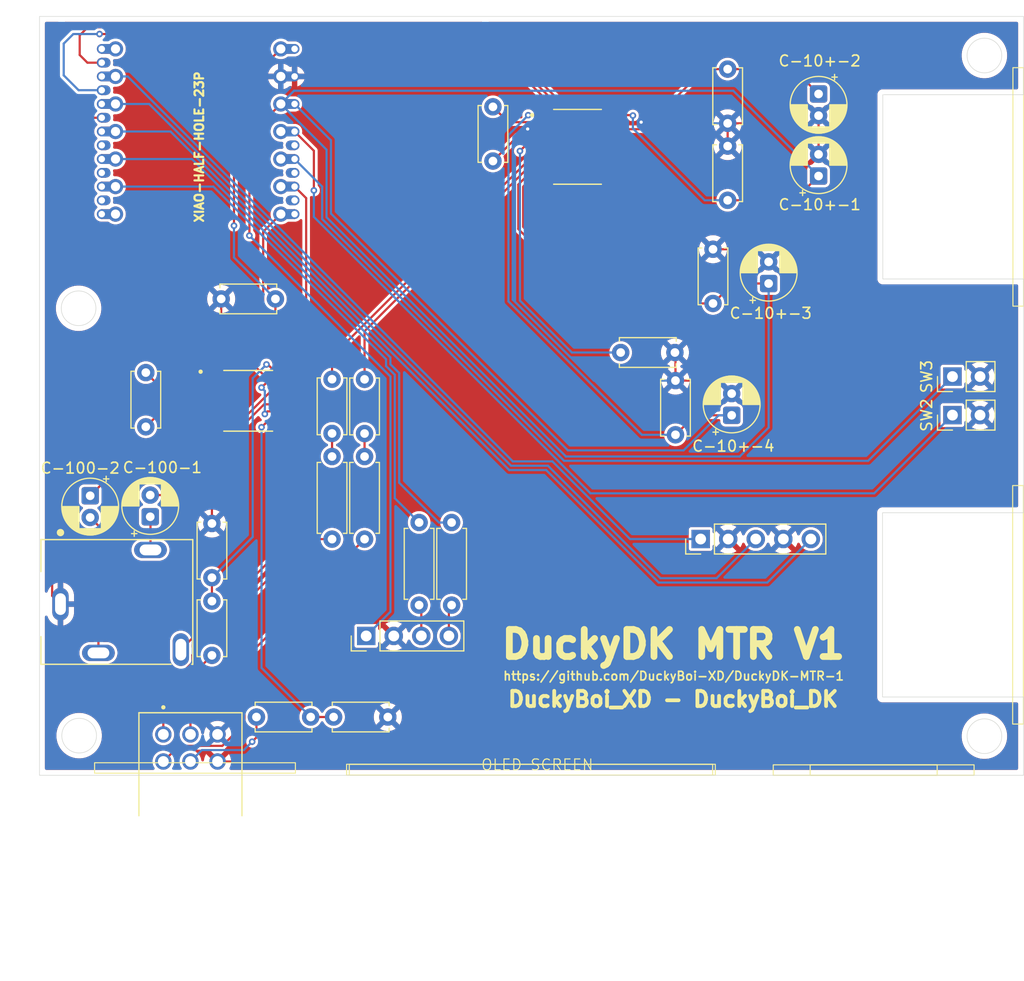
<source format=kicad_pcb>
(kicad_pcb (version 20241229) (generator "pcbnew") (generator_version "9.0")
  (layers (0 "F.Cu" signal) (2 "B.Cu" signal) (13 "F.Paste" user) (15 "B.Paste" user) (5 "F.SilkS" user "F.Silkscreen") (7 "B.SilkS" user "B.Silkscreen") (1 "F.Mask" user) (3 "B.Mask" user) (25 "Edge.Cuts" user))
  (net 0 "")
  (net 1 "LDOO")
  (net 2 "AGND")
  (net 3 "3V3")
  (net 4 "IN_R AMP")
  (net 5 "Net-(C-1-1-Pad1)")
  (net 6 "Net-(U3-C1P)")
  (net 7 "Net-(U3-C1N)")
  (net 8 "Net-(C-1-5-Pad1)")
  (net 9 "IN_L AMP")
  (net 10 "Net-(C-2.2-1-Pad1)")
  (net 11 "OUT_R DAC")
  (net 12 "Net-(C-2.2-3-Pad1)")
  (net 13 "OUT_L DAC")
  (net 14 "Net-(U2-CAPM)")
  (net 15 "Net-(U2-CAPP)")
  (net 16 "VNEG")
  (net 17 "Net-(U3-OUTR)")
  (net 18 "OUT_R - 3")
  (net 19 "Net-(U3-OUTL)")
  (net 20 "OUT_L - 2")
  (net 21 "SWITCH JACK")
  (net 22 "Net-(J3-Pin_4)")
  (net 23 "Net-(J3-Pin_3)")
  (net 24 "OLED SCL")
  (net 25 "OLED SDA")
  (net 26 "Net-(R-470-1-Pad1)")
  (net 27 "Net-(R-470-2-Pad1)")
  (net 28 "Rotenc B")
  (net 29 "Rotenc A")
  (net 30 "Rotenc Switch")
  (net 31 "S2")
  (net 32 "S3")
  (net 34 "DIN DAC")
  (net 37 "LRCK DAC")
  (net 38 "+5V")
  (net 39 "SHDN")
  (net 42 "BCK DAC")
  (footprint "Capacitor_THT:C_Disc_D5.0mm_W2.5mm_P5.00mm" (layer "F.Cu") (at 85.344 78.0376 -90)
    (property "Reference" "C-2.2-5" (hide yes))
    (property "Value" "C" (hide yes))
  )
  (footprint "Resistor_THT:R_Axial_DIN0207_L6.3mm_D2.5mm_P7.62mm_Horizontal" (layer "F.Cu") (at 81.534 124.0028 90)
    (property "Reference" "R-4.7k-2" (hide yes))
    (property "Value" "R" (hide yes))
  )
  (footprint "Capacitor_THT:C_Disc_D5.0mm_W2.5mm_P5.00mm" (layer "F.Cu") (at 102.122956 100.700556 180)
    (property "Reference" "C-2.2-6" (hide yes))
    (property "Value" "C" (hide yes))
  )
  (footprint "Resistor_THT:R_Axial_DIN0207_L6.3mm_D2.5mm_P7.62mm_Horizontal" (layer "F.Cu") (at 73.5076 117.9176 90)
    (property "Reference" "R-470-1" (hide yes))
    (property "Value" "R" (hide yes))
  )
  (footprint "Capacitor_THT:C_Disc_D5.0mm_W2.5mm_P5.00mm" (layer "F.Cu") (at 59.436 121.4736 90)
    (property "Reference" "C-2.2-4" (hide yes))
    (property "Value" "C" (hide yes))
  )
  (footprint "Resistor_THT:R_Axial_DIN0207_L6.3mm_D2.5mm_P7.62mm_Horizontal" (layer "F.Cu") (at 78.5368 124.0028 90)
    (property "Reference" "R-4.7k-1" (hide yes))
    (property "Value" "R" (hide yes))
  )
  (footprint "Capacitor_THT:C_Disc_D5.0mm_W2.5mm_P5.00mm" (layer "F.Cu") (at 73.5076 108.1748 90)
    (property "Reference" "C-2.2-1" (hide yes))
    (property "Value" "C" (hide yes))
  )
  (footprint "Capacitor_THT:C_Disc_D5.0mm_W2.5mm_P5.00mm" (layer "F.Cu") (at 106.9848 74.557513 -90)
    (property "Reference" "C-0.1-1" (hide yes))
    (property "Value" "C" (hide yes))
  )
  (footprint "Capacitor_THT:C_Disc_D5.0mm_W2.5mm_P5.00mm" (layer "F.Cu") (at 105.6332 91.1752 -90)
    (property "Reference" "C-0.1-3" (hide yes))
    (property "Value" "C" (hide yes))
  )
  (footprint "Capacitor_THT:C_Disc_D5.0mm_W2.5mm_P5.00mm" (layer "F.Cu") (at 60.2888 95.758)
    (property "Reference" "C-1-3" (hide yes))
    (property "Value" "C" (hide yes))
  )
  (footprint "Capacitor_THT:CP_Radial_D5.0mm_P2.00mm" (layer "F.Cu") (at 107.355356 106.491756 90)
    (property "Reference" "C-10+-4")
    (property "Value" "C_Polarized_US" (hide yes))
  )
  (footprint "Capacitor_THT:CP_Radial_D5.0mm_P2.00mm" (layer "F.Cu") (at 110.764 94.3356 90)
    (property "Reference" "C-10+-3")
    (property "Value" "C_Polarized_US" (hide yes))
  )
  (footprint "Capacitor_THT:C_Disc_D5.0mm_W2.5mm_P5.00mm" (layer "F.Cu") (at 102.173756 103.290643 -90)
    (property "Reference" "C-0.1-4" (hide yes))
    (property "Value" "C" (hide yes))
  )
  (footprint "Capacitor_THT:C_Disc_D5.0mm_W2.5mm_P5.00mm" (layer "F.Cu") (at 106.9848 81.658713 -90)
    (property "Reference" "C-0.1-2" (hide yes))
    (property "Value" "C" (hide yes))
  )
  (footprint "Connector_PinHeader_2.54mm:PinHeader_1x04_P2.54mm_Vertical" (layer "F.Cu") (at 73.66 126.8476 90)
    (property "Reference" "J3" (hide yes))
    (property "Value" "OLED 128x64")
  )
  (footprint "Capacitor_THT:CP_Radial_D5.0mm_P2.00mm" (layer "F.Cu") (at 115.3668 84.419513 90)
    (property "Reference" "C-10+-1")
    (property "Value" "C_Polarized_US" (hide yes))
  )
  (footprint "Capacitor_THT:CP_Radial_D5.0mm_P2.00mm" (layer "F.Cu") (at 48.2092 113.914488 -90)
    (property "Reference" "C-100-2")
    (property "Value" "C" (hide yes))
  )
  (footprint "Connector_PinHeader_2.54mm:PinHeader_1x05_P2.54mm_Vertical" (layer "F.Cu") (at 104.4956 117.9068 90)
    (property "Reference" "J2" (hide yes))
    (property "Value" "Rotenc Connection Pin")
  )
  (footprint "Resistor_THT:R_Axial_DIN0207_L6.3mm_D2.5mm_P7.62mm_Horizontal" (layer "F.Cu") (at 70.5104 117.9176 90)
    (property "Reference" "R-470-2" (hide yes))
    (property "Value" "R" (hide yes))
  )
  (footprint "Capacitor_THT:CP_Radial_D5.0mm_P2.00mm" (layer "F.Cu") (at 53.7464 115.8536 90)
    (property "Reference" "C-100-1")
    (property "Value" "C" (hide yes))
  )
  (footprint "Capacitor_THT:C_Disc_D5.0mm_W2.5mm_P5.00mm" (layer "F.Cu") (at 70.5104 108.164 90)
    (property "Reference" "C-2.2-3" (hide yes))
    (property "Value" "C" (hide yes))
  )
  (footprint "DAC Audio:SOP65P640X120-20N" (layer "F.Cu") (at 93.1416 81.7274)
    (property "Reference" "U2" (hide yes))
    (property "Value" "PCM5102APWR")
  )
  (footprint "MCU ESP32 S3:MOUDLE23P-SMD-2.54-21X17.8MM.kicad_mod.kicad_sym" (layer "F.Cu") (at 58.166 80.3148 90)
    (property "Reference" "U1" (hide yes))
    (property "Value" "XIAO-HALF-HOLE-23P")
  )
  (footprint "Connector_PinHeader_2.54mm:PinHeader_1x02_P2.54mm_Vertical" (layer "F.Cu") (at 127.7112 102.9208 90)
    (property "Reference" "SW3")
    (property "Value" "SW_Push" (hide yes))
  )
  (footprint "Capacitor_THT:C_Disc_D5.0mm_W2.5mm_P5.00mm" (layer "F.Cu") (at 53.34 107.5544 90)
    (property "Reference" "C-1-2" (hide yes))
    (property "Value" "C" (hide yes))
  )
  (footprint "Capacitor_THT:CP_Radial_D5.0mm_P2.00mm" (layer "F.Cu") (at 115.3668 76.850313 -90)
    (property "Reference" "C-10+-2")
    (property "Value" "C_Polarized_US" (hide yes))
  )
  (footprint "Capacitor_THT:C_Disc_D5.0mm_W2.5mm_P5.00mm" (layer "F.Cu") (at 63.54 134.326)
    (property "Reference" "C-1-1" (hide yes))
    (property "Value" "C" (hide yes))
  )
  (footprint "Capacitor_THT:C_Disc_D5.0mm_W2.5mm_P5.00mm" (layer "F.Cu") (at 59.436 128.6364 90)
    (property "Reference" "C-1-5" (hide yes))
    (property "Value" "C" (hide yes))
  )
  (footprint "Capacitor_THT:C_Disc_D5.0mm_W2.5mm_P5.00mm" (layer "F.Cu") (at 70.652 134.326)
    (property "Reference" "C-2.2-2" (hide yes))
    (property "Value" "C" (hide yes))
  )
  (footprint "HPJ:CUI_SJ1-3514N" (layer "F.Cu") (at 45.4704 123.9107)
    (property "Reference" "J1" (hide yes))
    (property "Value" "SJ1-3514N")
  )
  (footprint "Potentiometer 2:TRIM_PTN092-H50115K1A" (layer "F.Cu") (at 57.4548 138.43)
    (property "Reference" "R1" (hide yes))
    (property "Value" "PTN092-H50115K1A")
  )
  (footprint "AMP Audio:SOP65P640X110-16N" (layer "F.Cu") (at 62.7782 105.1554)
    (property "Reference" "U3" (hide yes))
    (property "Value" "MAX9722AEUE_")
  )
  (footprint "Connector_PinHeader_2.54mm:PinHeader_1x02_P2.54mm_Vertical" (layer "F.Cu") (at 127.7112 106.4768 90)
    (property "Reference" "SW2")
    (property "Value" "SW_Push" (hide yes))
  )
  (gr_rect (start 72.0992 138.684) (end 105.5992 139.684) (stroke (width 0.1)) (fill no) (layer "F.SilkS"))
  (gr_rect (start 48.6156 138.5424) (end 67.1322 139.5076) (stroke (width 0.1)) (fill no) (layer "F.SilkS"))
  (gr_rect (start 111.1885 138.7348) (end 129.7051 139.7) (stroke (width 0.1)) (fill no) (layer "F.SilkS"))
  (gr_rect (start 71.8492 138.684) (end 105.8492 139.684) (stroke (width 0.1)) (fill no) (layer "F.SilkS"))
  (gr_rect (start 114.5921 138.7348) (end 126.3015 139.7) (stroke (width 0.1)) (fill no) (layer "F.SilkS"))
  (gr_rect (start 133.2865 74.4241) (end 134.2771 96.4241) (stroke (width 0.1)) (fill no) (layer "F.SilkS"))
  (gr_rect (start 133.2611 112.9735) (end 134.2517 134.9735) (stroke (width 0.1)) (fill no) (layer "F.SilkS"))
  (gr_circle (center 47.1424 96.6202) (end 48.7424 96.6202) (stroke (width 0.05)) (fill no) (layer "Edge.Cuts"))
  (gr_circle (center 130.6576 136.0932) (end 132.2576 136.0932) (stroke (width 0.05)) (fill no) (layer "Edge.Cuts"))
  (gr_circle (center 130.6576 73.3044) (end 132.2576 73.3044) (stroke (width 0.05)) (fill no) (layer "Edge.Cuts"))
  (gr_circle (center 47.1932 136.0424) (end 48.7932 136.0424) (stroke (width 0.05)) (fill no) (layer "Edge.Cuts"))
  (gr_poly (pts (xy 43.5356 69.6976) (xy 134.2644 69.6976) (xy 134.2644 76.9184) (xy 121.2898 76.9184) (xy 121.2898 93.9184) (xy 134.2644 93.9184) (xy 134.2644 115.4792) (xy 121.2644 115.4792) (xy 121.2644 132.4792) (xy 134.2644 132.4792) (xy 134.2644 139.7) (xy 43.5356 139.7)) (stroke (width 0.05)) (fill no) (layer "Edge.Cuts"))
  (gr_text "https://github.com/DuckyBoi-XD/DuckyDK-MTR-1\n" (at 86.2076 131.0132 0) (layer "F.SilkS") (effects (font (size 0.8 0.8) (thickness 0.15) (bold yes)) (justify left bottom)))
  (gr_text "DuckyDK MTR V1\n" (at 85.852 129.0828 0) (layer "F.SilkS") (effects (font (size 2.5 2.5) (thickness 0.625) (bold yes)) (justify left bottom)))
  (gr_text "OLED SCREEN" (at 84.201 139.319 0) (layer "F.SilkS") (effects (font (size 1 1) (thickness 0.1)) (justify left bottom)))
  (gr_text "DuckyBoi_XD - DuckyBoi_DK" (at 86.5632 133.5024 0) (layer "F.SilkS") (effects (font (size 1.4 1.4) (thickness 0.35) (bold yes)) (justify left bottom)))
  (segment (start 106.9848 74.557513) (end 113.074 74.557513) (width 0.2) (layer "F.Cu") (net 1))
  (segment (start 106.9848 74.557513) (end 104.829287 74.557513) (width 0.2) (layer "F.Cu") (net 1))
  (segment (start 99.222 80.1024) (end 96.0116 80.1024) (width 0.2) (layer "F.Cu") (net 1))
  (segment (start 104.829287 74.557513) (end 99.2532 80.1336) (width 0.2) (layer "F.Cu") (net 1))
  (segment (start 99.2532 80.1336) (end 99.222 80.1024) (width 0.2) (layer "F.Cu") (net 1))
  (segment (start 113.074 74.557513) (end 115.3668 76.850313) (width 0.2) (layer "F.Cu") (net 1))
  (segment (start 97.0976 81.751322) (end 97.0976 83.653478) (width 0.2) (layer "F.Cu") (net 2))
  (segment (start 109.6036 91.1752) (end 110.764 92.3356) (width 0.2) (layer "F.Cu") (net 2))
  (segment (start 59.8932 102.8804) (end 60.2888 102.4848) (width 0.2) (layer "F.Cu") (net 2))
  (segment (start 71.548 138.43) (end 59.9548 138.43) (width 0.2) (layer "F.Cu") (net 2))
  (segment (start 106.9848 79.557513) (end 106.9848 81.658713) (width 0.2) (layer "F.Cu") (net 2))
  (segment (start 97.23 79.4524) (end 96.0116 79.4524) (width 0.2) (layer "F.Cu") (net 2))
  (segment (start 65.6632 107.4304) (end 59.436 113.6576) (width 0.2) (layer "F.Cu") (net 2))
  (segment (start 97.2312 79.4512) (end 97.23 79.4524) (width 0.2) (layer "F.Cu") (net 2))
  (segment (start 60.9442 106.431478) (end 60.595278 106.7804) (width 0.2) (layer "F.Cu") (net 2))
  (segment (start 66.365278 107.4304) (end 65.6632 107.4304) (width 0.2) (layer "F.Cu") (net 2))
  (segment (start 96.748678 81.4024) (end 97.0976 81.751322) (width 0.2) (layer "F.Cu") (net 2))
  (segment (start 88.5664 80.1024) (end 88.5444 80.0804) (width 0.2) (layer "F.Cu") (net 2))
  (segment (start 106.9848 79.557513) (end 114.6596 79.557513) (width 0.2) (layer "F.Cu") (net 2))
  (segment (start 59.8932 107.4304) (end 56.8844 110.4392) (width 0.2) (layer "F.Cu") (net 2))
  (segment (start 105.6332 91.1752) (end 109.6036 91.1752) (width 0.2) (layer "F.Cu") (net 2))
  (segment (start 96.0116 81.4024) (end 96.748678 81.4024) (width 0.2) (layer "F.Cu") (net 2))
  (segment (start 102.173756 100.802156) (end 102.173756 103.290643) (width 0.2) (layer "F.Cu") (net 2))
  (segment (start 59.8932 105.4804) (end 60.643199 105.4804) (width 0.2) (layer "F.Cu") (net 2))
  (segment (start 66.413199 104.8304) (end 66.7142 105.131401) (width 0.2) (layer "F.Cu") (net 2))
  (segment (start 66.7142 107.081478) (end 66.365278 107.4304) (width 0.2) (layer "F.Cu") (net 2))
  (segment (start 114.6596 79.557513) (end 115.3668 78.850313) (width 0.2) (layer "F.Cu") (net 2))
  (segment (start 60.9442 105.781401) (end 60.9442 106.431478) (width 0.2) (layer "F.Cu") (net 2))
  (segment (start 44.704 123.1443) (end 45.4704 123.9107) (width 0.2) (layer "F.Cu") (net 2))
  (segment (start 105.6224 91.186) (end 105.6332 91.1752) (width 0.2) (layer "F.Cu") (net 2))
  (segment (start 97.0976 83.653478) (end 96.748678 84.0024) (width 0.2) (layer "F.Cu") (net 2))
  (segment (start 60.595278 106.7804) (end 59.8932 106.7804) (width 0.2) (layer "F.Cu") (net 2))
  (segment (start 44.704 113.6904) (end 44.704 123.1443) (width 0.2) (layer "F.Cu") (net 2))
  (segment (start 75.652 134.326) (end 71.548 138.43) (width 0.2) (layer "F.Cu") (net 2))
  (segment (start 96.0116 84.0024) (end 96.0116 84.6524) (width 0.2) (layer "F.Cu") (net 2))
  (segment (start 99.0092 79.4512) (end 97.2312 79.4512) (width 0.2) (layer "F.Cu") (net 2))
  (segment (start 98.9768 79.4836) (end 99.0092 79.4512) (width 0.2) (layer "F.Cu") (net 2))
  (segment (start 59.436 113.6576) (end 59.436 116.4736) (width 0.2) (layer "F.Cu") (net 2))
  (segment (start 47.9552 110.4392) (end 44.704 113.6904) (width 0.2) (layer "F.Cu") (net 2))
  (segment (start 106.154243 103.290643) (end 107.355356 104.491756) (width 0.2) (layer "F.Cu") (net 2))
  (segment (start 56.8844 110.4392) (end 47.9552 110.4392) (width 0.2) (layer "F.Cu") (net 2))
  (segment (start 102.173756 103.290643) (end 106.154243 103.290643) (width 0.2) (layer "F.Cu") (net 2))
  (segment (start 96.0116 80.7524) (end 96.0116 81.4024) (width 0.2) (layer "F.Cu") (net 2))
  (segment (start 59.8932 107.4304) (end 59.8932 106.7804) (width 0.2) (layer "F.Cu") (net 2))
  (segment (start 60.2888 102.4848) (end 60.2888 95.758) (width 0.2) (layer "F.Cu") (net 2))
  (segment (start 66.7142 105.131401) (end 66.7142 107.081478) (width 0.2) (layer "F.Cu") (net 2))
  (segment (start 102.122956 100.751356) (end 102.173756 100.802156) (width 0.2) (layer "F.Cu") (net 2))
  (segment (start 102.122956 100.700556) (end 102.122956 100.751356) (width 0.2) (layer "F.Cu") (net 2))
  (segment (start 115.3668 78.850313) (end 115.3668 82.419513) (width 0.2) (layer "F.Cu") (net 2))
  (segment (start 90.2716 84.6524) (end 90.2716 84.0024) (width 0.2) (layer "F.Cu") (net 2))
  (segment (start 60.643199 105.4804) (end 60.9442 105.781401) (width 0.2) (layer "F.Cu") (net 2))
  (segment (start 96.748678 84.0024) (end 96.0116 84.0024) (width 0.2) (layer "F.Cu") (net 2))
  (segment (start 65.6632 104.8304) (end 66.413199 104.8304) (width 0.2) (layer "F.Cu") (net 2))
  (segment (start 90.2716 80.1024) (end 88.5664 80.1024) (width 0.2) (layer "F.Cu") (net 2))
  (via (at 88.5444 80.0804) (size 0.6) (drill 0.3) (layers "F.Cu" "B.Cu") (net 2))
  (via (at 99.0092 79.4512) (size 0.6) (drill 0.3) (layers "F.Cu" "B.Cu") (net 2))
  (segment (start 87.1728 92.4756) (end 87.1728 95.8171) (width 0.2) (layer "B.Cu") (net 2))
  (segment (start 88.5444 80.0804) (end 88.4936 80.0804) (width 0.2) (layer "B.Cu") (net 2))
  (segment (start 87.1728 95.8171) (end 92.47725 101.12155) (width 0.2) (layer "B.Cu") (net 2))
  (segment (start 104.873113 79.557513) (end 106.9848 79.557513) (width 0.2) (layer "B.Cu") (net 2))
  (segment (start 92.457256 101.101556) (end 92.465556 101.101556) (width 0.2) (layer "B.Cu") (net 2))
  (segment (start 94.654643 103.290643) (end 102.173756 103.290643) (width 0.2) (layer "B.Cu") (net 2))
  (segment (start 88.4936 80.0804) (end 87.1728 81.4012) (width 0.2) (layer "B.Cu") (net 2))
  (segment (start 92.465556 101.101556) (end 94.654643 103.290643) (width 0.2) (layer "B.Cu") (net 2))
  (segment (start 99.0936 79.5356) (end 104.8512 79.5356) (width 0.2) (layer "B.Cu") (net 2))
  (segment (start 87.1728 81.4012) (end 87.1728 92.4756) (width 0.2) (layer "B.Cu") (net 2))
  (segment (start 104.8512 79.5356) (end 104.873113 79.557513) (width 0.2) (layer "B.Cu") (net 2))
  (segment (start 99.0092 79.4512) (end 99.0936 79.5356) (width 0.2) (layer "B.Cu") (net 2))
  (segment (start 62.8904 89.916) (end 62.8904 80.6704) (width 0.2) (layer "F.Cu") (net 3))
  (segment (start 89.534522 83.3524) (end 87.6808 85.206122) (width 0.2) (layer "F.Cu") (net 3))
  (segment (start 98.2472 78.8416) (end 98.208 78.8024) (width 0.2) (layer "F.Cu") (net 3))
  (segment (start 106.9848 86.658713) (end 113.1276 86.658713) (width 0.2) (layer "F.Cu") (net 3))
  (segment (start 62.8904 80.6704) (end 65.786 77.7748) (width 0.2) (layer "F.Cu") (net 3))
  (segment (start 87.6808 89.3064) (end 87.6808 85.206122) (width 0.2) (layer "F.Cu") (net 3))
  (segment (start 105.6332 96.1752) (end 94.5496 96.1752) (width 0.2) (layer "F.Cu") (net 3))
  (segment (start 94.5496 96.1752) (end 87.6808 89.3064) (width 0.2) (layer "F.Cu") (net 3))
  (segment (start 90.2716 78.8024) (end 88.6032 78.8024) (width 0.2) (layer "F.Cu") (net 3))
  (segment (start 107.4728 94.3356) (end 105.6332 96.1752) (width 0.2) (layer "F.Cu") (net 3))
  (segment (start 90.2716 83.3524) (end 89.534522 83.3524) (width 0.2) (layer "F.Cu") (net 3))
  (segment (start 110.764 94.3356) (end 107.4728 94.3356) (width 0.2) (layer "F.Cu") (net 3))
  (segment (start 98.208 78.8024) (end 96.0116 78.8024) (width 0.2) (layer "F.Cu") (net 3))
  (segment (start 107.355356 106.491756) (end 103.972643 106.491756) (width 0.2) (layer "F.Cu") (net 3))
  (segment (start 113.1276 86.658713) (end 115.3668 84.419513) (width 0.2) (layer "F.Cu") (net 3))
  (segment (start 103.972643 106.491756) (end 102.173756 108.290643) (width 0.2) (layer "F.Cu") (net 3))
  (via (at 88.5952 78.8104) (size 0.6) (drill 0.3) (layers "F.Cu" "B.Cu") (net 3))
  (via (at 98.2472 78.8416) (size 0.6) (drill 0.3) (layers "F.Cu" "B.Cu") (net 3))
  (via (at 62.8904 89.916) (size 0.6) (drill 0.3) (layers "F.Cu" "B.Cu") (net 3))
  (segment (start 86.7718 95.9832) (end 86.7718 80.6338) (width 0.2) (layer "B.Cu") (net 3))
  (segment (start 92.2528 109.728) (end 70.4088 87.884) (width 0.2) (layer "B.Cu") (net 3))
  (segment (start 86.7718 80.6338) (end 88.5952 78.8104) (width 0.2) (layer "B.Cu") (net 3))
  (segment (start 102.9208 109.728) (end 92.2528 109.728) (width 0.2) (layer "B.Cu") (net 3))
  (segment (start 110.764 94.3356) (end 110.764 107.6252) (width 0.2) (layer "B.Cu") (net 3))
  (segment (start 92.073128 110.2922) (end 70.0024 88.221472) (width 0.2) (layer "B.Cu") (net 3))
  (segment (start 107.502887 76.5556) (end 115.3668 84.419513) (width 0.2) (layer "B.Cu") (net 3))
  (segment (start 75.8952 102.9208) (end 75.8952 124.6124) (width 0.2) (layer "B.Cu") (net 3))
  (segment (start 106.157044 106.491756) (end 102.9208 109.728) (width 0.2) (layer "B.Cu") (net 3))
  (segment (start 67.0052 76.5556) (end 107.502887 76.5556) (width 0.2) (layer "B.Cu") (net 3))
  (segment (start 110.764 107.6252) (end 108.097 110.2922) (width 0.2) (layer "B.Cu") (net 3))
  (segment (start 62.8904 89.916) (end 75.8952 102.9208) (width 0.2) (layer "B.Cu") (net 3))
  (segment (start 102.173756 108.290643) (end 99.079243 108.290643) (width 0.2) (layer "B.Cu") (net 3))
  (segment (start 70.4088 81.1276) (end 67.056 77.7748) (width 0.2) (layer "B.Cu") (net 3))
  (segment (start 98.2472 78.8416) (end 98.2472 80.0328) (width 0.2) (layer "B.Cu") (net 3))
  (segment (start 70.0024 88.221472) (end 70.0024 81.9912) (width 0.2) (layer "B.Cu") (net 3))
  (segment (start 99.079243 108.290643) (end 86.7718 95.9832) (width 0.2) (layer "B.Cu") (net 3))
  (segment (start 107.355356 106.491756) (end 106.157044 106.491756) (width 0.2) (layer "B.Cu") (net 3))
  (segment (start 70.0024 81.9912) (end 65.786 77.7748) (width 0.2) (layer "B.Cu") (net 3))
  (segment (start 65.786 77.7748) (end 67.0052 76.5556) (width 0.2) (layer "B.Cu") (net 3))
  (segment (start 98.2472 80.0328) (end 104.873113 86.658713) (width 0.2) (layer "B.Cu") (net 3))
  (segment (start 104.873113 86.658713) (end 106.9848 86.658713) (width 0.2) (layer "B.Cu") (net 3))
  (segment (start 108.097 110.2922) (end 92.073128 110.2922) (width 0.2) (layer "B.Cu") (net 3))
  (segment (start 70.4088 87.884) (end 70.4088 81.1276) (width 0.2) (layer "B.Cu") (net 3))
  (segment (start 75.8952 124.6124) (end 73.66 126.8476) (width 0.2) (layer "B.Cu") (net 3))
  (segment (start 65.6112 106.8324) (end 65.6632 106.7804) (width 0.2) (layer "F.Cu") (net 4))
  (segment (start 64.008 107.5944) (end 64.77 106.8324) (width 0.2) (layer "F.Cu") (net 4))
  (segment (start 68.54 134.326) (end 70.652 134.326) (width 0.2) (layer "F.Cu") (net 4))
  (segment (start 64.77 106.8324) (end 65.6112 106.8324) (width 0.2) (layer "F.Cu") (net 4))
  (via (at 64.008 107.5944) (size 0.6) (drill 0.3) (layers "F.Cu" "B.Cu") (net 4))
  (segment (start 64.008 107.5944) (end 64.008 129.794) (width 0.2) (layer "B.Cu") (net 4))
  (segment (start 64.008 107.5944) (end 63.999575 107.585975) (width 0.2) (layer "B.Cu") (net 4))
  (segment (start 64.008 129.794) (end 68.54 134.326) (width 0.2) (layer "B.Cu") (net 4))
  (segment (start 63.54 136.2056) (end 63.1444 136.6012) (width 0.2) (layer "F.Cu") (net 5))
  (segment (start 63.54 135.302) (end 63.54 136.2056) (width 0.2) (layer "F.Cu") (net 5))
  (segment (start 63.54 134.326) (end 63.54 135.302) (width 0.2) (layer "F.Cu") (net 5))
  (via (at 63.1444 136.6012) (size 0.6) (drill 0.3) (layers "F.Cu" "B.Cu") (net 5))
  (segment (start 58.5098 137.375) (end 57.4548 138.43) (width 0.2) (layer "B.Cu") (net 5))
  (segment (start 63.1444 136.6012) (end 62.3706 137.375) (width 0.2) (layer "B.Cu") (net 5))
  (segment (start 62.3706 137.375) (end 58.5098 137.375) (width 0.2) (layer "B.Cu") (net 5))
  (segment (start 55.616 104.8304) (end 53.34 102.5544) (width 0.2) (layer "F.Cu") (net 6))
  (segment (start 59.8932 104.8304) (end 55.616 104.8304) (width 0.2) (layer "F.Cu") (net 6))
  (segment (start 53.34 107.5544) (end 54.764 106.1304) (width 0.2) (layer "F.Cu") (net 7))
  (segment (start 54.764 106.1304) (end 59.8932 106.1304) (width 0.2) (layer "F.Cu") (net 7))
  (segment (start 57.4548 130.6176) (end 57.4548 135.93) (width 0.2) (layer "F.Cu") (net 8))
  (segment (start 59.436 128.6364) (end 57.4548 130.6176) (width 0.2) (layer "F.Cu") (net 8))
  (segment (start 64.4652 101.8032) (end 64.586 101.8032) (width 0.2) (layer "F.Cu") (net 9))
  (segment (start 59.436 123.6364) (end 59.436 121.4736) (width 0.2) (layer "F.Cu") (net 9))
  (segment (start 64.586 101.8032) (end 65.6632 102.8804) (width 0.2) (layer "F.Cu") (net 9))
  (via (at 64.4652 101.8032) (size 0.6) (drill 0.3) (layers "F.Cu" "B.Cu") (net 9))
  (segment (start 59.436 121.4736) (end 63.1952 117.7144) (width 0.2) (layer "B.Cu") (net 9))
  (segment (start 63.1952 103.0732) (end 64.4652 101.8032) (width 0.2) (layer "B.Cu") (net 9))
  (segment (start 63.1952 117.7144) (end 63.1952 103.0732) (width 0.2) (layer "B.Cu") (net 9))
  (segment (start 73.5076 110.2976) (end 73.5076 108.1748) (width 0.2) (layer "F.Cu") (net 10))
  (segment (start 89.534522 82.7024) (end 90.2716 82.7024) (width 0.2) (layer "F.Cu") (net 11))
  (segment (start 73.5076 103.1748) (end 73.5076 98.729322) (width 0.2) (layer "F.Cu") (net 11))
  (segment (start 73.5076 98.729322) (end 89.534522 82.7024) (width 0.2) (layer "F.Cu") (net 11))
  (segment (start 70.5104 110.2976) (end 70.5104 108.164) (width 0.2) (layer "F.Cu") (net 12))
  (segment (start 70.5104 101.076522) (end 70.5104 103.164) (width 0.2) (layer "F.Cu") (net 13))
  (segment (start 89.534522 82.0524) (end 70.5104 101.076522) (width 0.2) (layer "F.Cu") (net 13))
  (segment (start 90.2716 82.0524) (end 89.534522 82.0524) (width 0.2) (layer "F.Cu") (net 13))
  (segment (start 85.344 83.0376) (end 87.6292 80.7524) (width 0.2) (layer "F.Cu") (net 14))
  (segment (start 90.2716 80.7524) (end 87.6292 80.7524) (width 0.2) (layer "F.Cu") (net 14))
  (segment (start 85.344 78.0376) (end 86.7588 79.4524) (width 0.2) (layer "F.Cu") (net 15))
  (segment (start 90.2716 79.4524) (end 86.7588 79.4524) (width 0.2) (layer "F.Cu") (net 15))
  (segment (start 90.2716 81.4024) (end 88.5432 81.4024) (width 0.2) (layer "F.Cu") (net 16))
  (segment (start 88.5432 81.4024) (end 87.8332 82.1124) (width 0.2) (layer "F.Cu") (net 16))
  (via (at 87.8332 82.1124) (size 0.6) (drill 0.3) (layers "F.Cu" "B.Cu") (net 16))
  (segment (start 92.623356 100.700556) (end 97.122956 100.700556) (width 0.2) (layer "B.Cu") (net 16))
  (segment (start 87.8332 95.9104) (end 92.623356 100.700556) (width 0.2) (layer "B.Cu") (net 16))
  (segment (start 87.8332 82.1124) (end 87.8332 95.9104) (width 0.2) (layer "B.Cu") (net 16))
  (segment (start 55.8692 113.8536) (end 53.7464 113.8536) (width 0.2) (layer "F.Cu") (net 17))
  (segment (start 65.6632 105.4804) (end 64.2424 105.4804) (width 0.2) (layer "F.Cu") (net 17))
  (segment (start 64.2424 105.4804) (end 55.8692 113.8536) (width 0.2) (layer "F.Cu") (net 17))
  (segment (start 53.7704 118.9107) (end 53.7704 115.8776) (width 0.2) (layer "F.Cu") (net 18))
  (segment (start 53.7704 115.8776) (end 53.7464 115.8536) (width 0.2) (layer "F.Cu") (net 18))
  (segment (start 50.352888 111.7708) (end 48.2092 113.914488) (width 0.2) (layer "F.Cu") (net 19))
  (segment (start 65.6632 104.1804) (end 64.961122 104.1804) (width 0.2) (layer "F.Cu") (net 19))
  (segment (start 64.961122 104.1804) (end 57.370722 111.7708) (width 0.2) (layer "F.Cu") (net 19))
  (segment (start 57.370722 111.7708) (end 50.352888 111.7708) (width 0.2) (layer "F.Cu") (net 19))
  (segment (start 48.9704 128.4107) (end 48.9704 116.675688) (width 0.2) (layer "F.Cu") (net 20))
  (segment (start 48.9704 116.675688) (end 48.2092 115.914488) (width 0.2) (layer "F.Cu") (net 20))
  (segment (start 68.1228 86.4616) (end 68.1228 116.5583) (width 0.2) (layer "F.Cu") (net 21))
  (segment (start 67.056 85.3948) (end 68.1228 86.4616) (width 0.2) (layer "F.Cu") (net 21))
  (segment (start 68.1228 116.5583) (end 56.5704 128.1107) (width 0.2) (layer "F.Cu") (net 21))
  (segment (start 81.28 124.2568) (end 81.534 124.0028) (width 0.2) (layer "F.Cu") (net 22))
  (segment (start 81.28 126.8476) (end 81.28 124.2568) (width 0.2) (layer "F.Cu") (net 22))
  (segment (start 78.74 126.8476) (end 78.74 124.206) (width 0.2) (layer "F.Cu") (net 23))
  (segment (start 78.74 124.206) (end 78.5368 124.0028) (width 0.2) (layer "F.Cu") (net 23))
  (segment (start 75.4888 101.321628) (end 75.4888 101.9473) (width 0.2) (layer "B.Cu") (net 24))
  (segment (start 76.2962 102.7547) (end 76.2962 114.1422) (width 0.2) (layer "B.Cu") (net 24))
  (segment (start 76.2962 114.1422) (end 78.5368 116.3828) (width 0.2) (layer "B.Cu") (net 24))
  (segment (start 59.561972 85.3948) (end 75.4888 101.321628) (width 0.2) (layer "B.Cu") (net 24))
  (segment (start 50.546 85.3948) (end 59.561972 85.3948) (width 0.2) (layer "B.Cu") (net 24))
  (segment (start 75.4888 101.9473) (end 76.2962 102.7547) (width 0.2) (layer "B.Cu") (net 24))
  (segment (start 75.8898 101.155528) (end 75.8898 101.7812) (width 0.2) (layer "B.Cu") (net 25))
  (segment (start 75.8898 101.7812) (end 76.6972 102.5886) (width 0.2) (layer "B.Cu") (net 25))
  (segment (start 57.589072 82.8548) (end 75.8898 101.155528) (width 0.2) (layer "B.Cu") (net 25))
  (segment (start 80.3656 116.3828) (end 81.534 116.3828) (width 0.2) (layer "B.Cu") (net 25))
  (segment (start 50.546 82.8548) (end 57.589072 82.8548) (width 0.2) (layer "B.Cu") (net 25))
  (segment (start 76.6972 102.5886) (end 76.6972 112.7144) (width 0.2) (layer "B.Cu") (net 25))
  (segment (start 76.6972 112.7144) (end 80.3656 116.3828) (width 0.2) (layer "B.Cu") (net 25))
  (segment (start 56.3998 136.985) (end 60.391796 136.985) (width 0.2) (layer "F.Cu") (net 26))
  (segment (start 62.439 128.9862) (end 73.5076 117.9176) (width 0.2) (layer "F.Cu") (net 26))
  (segment (start 54.9548 138.43) (end 56.3998 136.985) (width 0.2) (layer "F.Cu") (net 26))
  (segment (start 62.439 134.937796) (end 62.439 128.9862) (width 0.2) (layer "F.Cu") (net 26))
  (segment (start 60.391796 136.985) (end 62.439 134.937796) (width 0.2) (layer "F.Cu") (net 26))
  (segment (start 68.3152 117.9176) (end 70.5104 117.9176) (width 0.2) (layer "F.Cu") (net 27))
  (segment (start 57.6254 128.6074) (end 68.3152 117.9176) (width 0.2) (layer "F.Cu") (net 27))
  (segment (start 57.6254 129.301695) (end 57.6254 128.6074) (width 0.2) (layer "F.Cu") (net 27))
  (segment (start 54.9548 131.972295) (end 57.6254 129.301695) (width 0.2) (layer "F.Cu") (net 27))
  (segment (start 54.9548 135.93) (end 54.9548 131.972295) (width 0.2) (layer "F.Cu") (net 27))
  (segment (start 105.9634 121.519) (end 109.5756 117.9068) (width 0.2) (layer "B.Cu") (net 28))
  (segment (start 87.013472 111.145) (end 90.4186 111.145) (width 0.2) (layer "B.Cu") (net 28))
  (segment (start 90.4186 111.145) (end 100.7926 121.519) (width 0.2) (layer "B.Cu") (net 28))
  (segment (start 53.643272 77.7748) (end 87.013472 111.145) (width 0.2) (layer "B.Cu") (net 28))
  (segment (start 100.7926 121.519) (end 105.9634 121.519) (width 0.2) (layer "B.Cu") (net 28))
  (segment (start 50.546 77.7748) (end 53.643272 77.7748) (width 0.2) (layer "B.Cu") (net 28))
  (segment (start 90.823628 110.744) (end 97.986428 117.9068) (width 0.2) (layer "B.Cu") (net 29))
  (segment (start 87.179572 110.744) (end 90.823628 110.744) (width 0.2) (layer "B.Cu") (net 29))
  (segment (start 97.986428 117.9068) (end 104.4956 117.9068) (width 0.2) (layer "B.Cu") (net 29))
  (segment (start 51.670372 75.2348) (end 87.179572 110.744) (width 0.2) (layer "B.Cu") (net 29))
  (segment (start 50.546 75.2348) (end 51.670372 75.2348) (width 0.2) (layer "B.Cu") (net 29))
  (segment (start 90.2525 111.546) (end 100.6265 121.92) (width 0.2) (layer "B.Cu") (net 30))
  (segment (start 86.847372 111.546) (end 90.2525 111.546) (width 0.2) (layer "B.Cu") (net 30))
  (segment (start 110.6424 121.92) (end 114.6556 117.9068) (width 0.2) (layer "B.Cu") (net 30))
  (segment (start 55.616172 80.3148) (end 86.847372 111.546) (width 0.2) (layer "B.Cu") (net 30))
  (segment (start 100.6265 121.92) (end 110.6424 121.92) (width 0.2) (layer "B.Cu") (net 30))
  (segment (start 50.546 80.3148) (end 55.616172 80.3148) (width 0.2) (layer "B.Cu") (net 30))
  (segment (start 68.834 85.7504) (end 68.834 82.0928) (width 0.2) (layer "F.Cu") (net 31))
  (segment (start 68.834 82.0928) (end 67.056 80.3148) (width 0.2) (layer "F.Cu") (net 31))
  (via (at 68.834 85.7504) (size 0.6) (drill 0.3) (layers "F.Cu" "B.Cu") (net 31))
  (segment (start 94.337128 113.6904) (end 120.4976 113.6904) (width 0.2) (layer "B.Cu") (net 31))
  (segment (start 68.834 88.187272) (end 94.337128 113.6904) (width 0.2) (layer "B.Cu") (net 31))
  (segment (start 68.834 85.7504) (end 68.834 88.187272) (width 0.2) (layer "B.Cu") (net 31))
  (segment (start 120.4976 113.6904) (end 127.7112 106.4768) (width 0.2) (layer "B.Cu") (net 31))
  (segment (start 91.907028 110.6932) (end 119.9388 110.6932) (width 0.2) (layer "B.Cu") (net 32))
  (segment (start 119.9388 110.6932) (end 127.7112 102.9208) (width 0.2) (layer "B.Cu") (net 32))
  (segment (start 67.056 82.8548) (end 69.596 85.3948) (width 0.2) (layer "B.Cu") (net 32))
  (segment (start 69.596 88.382172) (end 91.907028 110.6932) (width 0.2) (layer "B.Cu") (net 32))
  (segment (start 69.596 85.3948) (end 69.596 88.382172) (width 0.2) (layer "B.Cu") (net 32))
  (segment (start 95.1992 82.7024) (end 93.365 80.8682) (width 0.2) (layer "F.Cu") (net 34))
  (segment (start 47.244 71.441871) (end 47.244 73.2536) (width 0.2) (layer "F.Cu") (net 34))
  (segment (start 93.365 79.941622) (end 84.122978 70.6996) (width 0.2) (layer "F.Cu") (net 34))
  (segment (start 93.365 80.8682) (end 93.365 79.941622) (width 0.2) (layer "F.Cu") (net 34))
  (segment (start 96.0116 82.7024) (end 95.1992 82.7024) (width 0.2) (layer "F.Cu") (net 34))
  (segment (start 47.244 73.2536) (end 47.9552 73.9648) (width 0.2) (layer "F.Cu") (net 34))
  (segment (start 84.122978 70.6996) (end 47.986271 70.6996) (width 0.2) (layer "F.Cu") (net 34))
  (segment (start 47.986271 70.6996) (end 47.244 71.441871) (width 0.2) (layer "F.Cu") (net 34))
  (segment (start 47.9552 73.9648) (end 49.276 73.9648) (width 0.2) (layer "F.Cu") (net 34))
  (segment (start 45.0088 76.2508) (end 47.8028 79.0448) (width 0.2) (layer "F.Cu") (net 37))
  (segment (start 45.933232 70.2986) (end 45.0088 71.223032) (width 0.2) (layer "F.Cu") (net 37))
  (segment (start 93.766 80.591799) (end 93.766 79.775522) (width 0.2) (layer "F.Cu") (net 37))
  (segment (start 93.766 79.775522) (end 84.289078 70.2986) (width 0.2) (layer "F.Cu") (net 37))
  (segment (start 47.8028 79.0448) (end 49.276 79.0448) (width 0.2) (layer "F.Cu") (net 37))
  (segment (start 84.289078 70.2986) (end 45.933232 70.2986) (width 0.2) (layer "F.Cu") (net 37))
  (segment (start 45.0088 71.223032) (end 45.0088 76.2508) (width 0.2) (layer "F.Cu") (net 37))
  (segment (start 96.0116 82.0524) (end 95.226601 82.0524) (width 0.2) (layer "F.Cu") (net 37))
  (segment (start 95.226601 82.0524) (end 93.766 80.591799) (width 0.2) (layer "F.Cu") (net 37))
  (segment (start 63.109239 101.666439) (end 65.2888 99.486878) (width 0.2) (layer "F.Cu") (net 38))
  (segment (start 65.2888 99.486878) (end 65.2888 95.758) (width 0.2) (layer "F.Cu") (net 38))
  (segment (start 63.109239 101.678517) (end 63.109239 101.666439) (width 0.2) (layer "F.Cu") (net 38))
  (segment (start 64.5576 106.1304) (end 64.3128 106.3752) (width 0.2) (layer "F.Cu") (net 38))
  (segment (start 65.6632 106.1304) (end 64.5576 106.1304) (width 0.2) (layer "F.Cu") (net 38))
  (segment (start 64.4144 103.5304) (end 65.6632 103.5304) (width 0.2) (layer "F.Cu") (net 38))
  (segment (start 61.468 89.0016) (end 61.468 77.0128) (width 0.2) (layer "F.Cu") (net 38))
  (segment (start 59.8932 104.1804) (end 60.595278 104.1804) (width 0.2) (layer "F.Cu") (net 38))
  (segment (start 65.6632 103.5304) (end 64.961122 103.5304) (width 0.2) (layer "F.Cu") (net 38))
  (segment (start 60.595278 104.1804) (end 63.109239 101.666439) (width 0.2) (layer "F.Cu") (net 38))
  (segment (start 64.008 103.9368) (end 64.4144 103.5304) (width 0.2) (layer "F.Cu") (net 38))
  (segment (start 64.961122 103.5304) (end 63.109239 101.678517) (width 0.2) (layer "F.Cu") (net 38))
  (segment (start 61.468 77.0128) (end 65.786 72.6948) (width 0.2) (layer "F.Cu") (net 38))
  (via (at 64.008 103.9368) (size 0.6) (drill 0.3) (layers "F.Cu" "B.Cu") (net 38))
  (via (at 64.3128 106.3752) (size 0.6) (drill 0.3) (layers "F.Cu" "B.Cu") (net 38))
  (via (at 61.468 89.0016) (size 0.6) (drill 0.3) (layers "F.Cu" "B.Cu") (net 38))
  (segment (start 64.3128 104.2416) (end 64.008 103.9368) (width 0.2) (layer "B.Cu") (net 38))
  (segment (start 64.3128 106.3752) (end 64.3128 104.2416) (width 0.2) (layer "B.Cu") (net 38))
  (segment (start 61.468 91.9372) (end 61.468 89.0016) (width 0.2) (layer "B.Cu") (net 38))
  (segment (start 65.2888 95.758) (end 61.468 91.9372) (width 0.2) (layer "B.Cu") (net 38))
  (segment (start 60.643199 103.5304) (end 64.1604 100.013199) (width 0.2) (layer "F.Cu") (net 39))
  (segment (start 64.1604 100.013199) (end 64.1604 89.5604) (width 0.2) (layer "F.Cu") (net 39))
  (segment (start 64.1604 89.5604) (end 65.786 87.9348) (width 0.2) (layer "F.Cu") (net 39))
  (segment (start 59.8932 103.5304) (end 60.643199 103.5304) (width 0.2) (layer "F.Cu") (net 39))
  (segment (start 92.964 81.0343) (end 92.964 80.107722) (width 0.2) (layer "F.Cu") (net 42))
  (segment (start 94.9256 83.003478) (end 94.9256 82.9959) (width 0.2) (layer "F.Cu") (net 42))
  (segment (start 92.964 80.107722) (end 84.179478 71.3232) (width 0.2) (layer "F.Cu") (net 42))
  (segment (start 95.1464 83.2084) (end 95.130522 83.2084) (width 0.2) (layer "F.Cu") (net 42))
  (segment (start 94.9256 82.9959) (end 92.964 81.0343) (width 0.2) (layer "F.Cu") (net 42))
  (segment (start 95.2904 83.3524) (end 95.1464 83.2084) (width 0.2) (layer "F.Cu") (net 42))
  (segment (start 95.130522 83.2084) (end 94.9256 83.003478) (width 0.2) (layer "F.Cu") (net 42))
  (segment (start 96.0116 83.3524) (end 95.2904 83.3524) (width 0.2) (layer "F.Cu") (net 42))
  (segment (start 84.179478 71.3232) (end 49.0728 71.3232) (width 0.2) (layer "F.Cu") (net 42))
  (via (at 49.0728 71.3232) (size 0.6) (drill 0.3) (layers "F.Cu" "B.Cu") (net 42))
  (segment (start 45.7708 72.205285) (end 45.7708 75.1332) (width 0.2) (layer "B.Cu") (net 42))
  (segment (start 46.652885 71.3232) (end 45.7708 72.205285) (width 0.2) (layer "B.Cu") (net 42))
  (segment (start 49.0728 71.3232) (end 46.652885 71.3232) (width 0.2) (layer "B.Cu") (net 42))
  (segment (start 45.7708 75.1332) (end 47.1424 76.5048) (width 0.2) (layer "B.Cu") (net 42))
  (segment (start 47.1424 76.5048) (end 49.276 76.5048) (width 0.2) (layer "B.Cu") (net 42))
  (zone (net 2) (net_name "AGND") (layers "F.Cu" "B.Cu") (connect_pads (clearance 0.25)) (min_thickness 0.25) (fill yes (thermal_gap 0.5) (thermal_bridge_width 0.5))
    (polygon (pts (xy 43.7896 69.9516) (xy 134.0104 69.9516) (xy 134.0612 70.0024) (xy 134.0612 139.446) (xy 43.7896 139.446)))
  )
)
</source>
